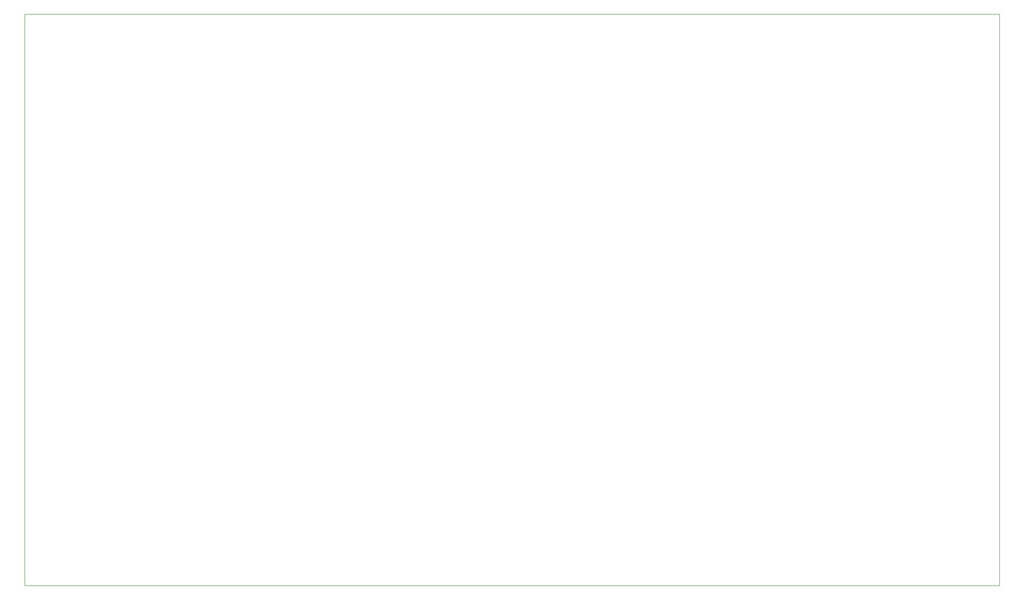
<source format=gbr>
%TF.GenerationSoftware,KiCad,Pcbnew,(5.1.8)-1*%
%TF.CreationDate,2021-03-29T19:48:26-07:00*%
%TF.ProjectId,KiCAD Simulations,4b694341-4420-4536-996d-756c6174696f,rev?*%
%TF.SameCoordinates,Original*%
%TF.FileFunction,Profile,NP*%
%FSLAX46Y46*%
G04 Gerber Fmt 4.6, Leading zero omitted, Abs format (unit mm)*
G04 Created by KiCad (PCBNEW (5.1.8)-1) date 2021-03-29 19:48:26*
%MOMM*%
%LPD*%
G01*
G04 APERTURE LIST*
%TA.AperFunction,Profile*%
%ADD10C,0.050000*%
%TD*%
G04 APERTURE END LIST*
D10*
X233692000Y-33020000D02*
X52152000Y-33020000D01*
X233692000Y-139440000D02*
X233692000Y-33020000D01*
X52152000Y-139440000D02*
X233692000Y-139440000D01*
X52152000Y-33020000D02*
X52152000Y-139440000D01*
M02*

</source>
